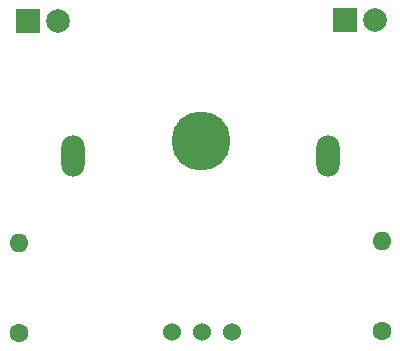
<source format=gbr>
%TF.GenerationSoftware,KiCad,Pcbnew,8.0.5*%
%TF.CreationDate,2025-02-18T12:58:12+00:00*%
%TF.ProjectId,practice-keyring,70726163-7469-4636-952d-6b657972696e,rev?*%
%TF.SameCoordinates,Original*%
%TF.FileFunction,Soldermask,Bot*%
%TF.FilePolarity,Negative*%
%FSLAX46Y46*%
G04 Gerber Fmt 4.6, Leading zero omitted, Abs format (unit mm)*
G04 Created by KiCad (PCBNEW 8.0.5) date 2025-02-18 12:58:12*
%MOMM*%
%LPD*%
G01*
G04 APERTURE LIST*
%ADD10R,2.000000X2.000000*%
%ADD11C,2.000000*%
%ADD12C,1.600000*%
%ADD13O,1.600000X1.600000*%
%ADD14O,2.000000X3.500000*%
%ADD15C,5.000000*%
%ADD16C,1.524000*%
G04 APERTURE END LIST*
D10*
%TO.C,D2*%
X247142000Y-98145600D03*
D11*
X249682000Y-98145600D03*
%TD*%
D10*
%TO.C,D1*%
X220294200Y-98221800D03*
D11*
X222834200Y-98221800D03*
%TD*%
D12*
%TO.C,R2*%
X250215400Y-124510800D03*
D13*
X250215400Y-116890800D03*
%TD*%
D12*
%TO.C,R1*%
X219506800Y-124663200D03*
D13*
X219506800Y-117043200D03*
%TD*%
D14*
%TO.C,CR2032*%
X245699200Y-109651800D03*
X224099200Y-109651800D03*
D15*
X234899200Y-108381800D03*
%TD*%
D16*
%TO.C,switch*%
X232460800Y-124587000D03*
X235000800Y-124587000D03*
X237540800Y-124587000D03*
%TD*%
M02*

</source>
